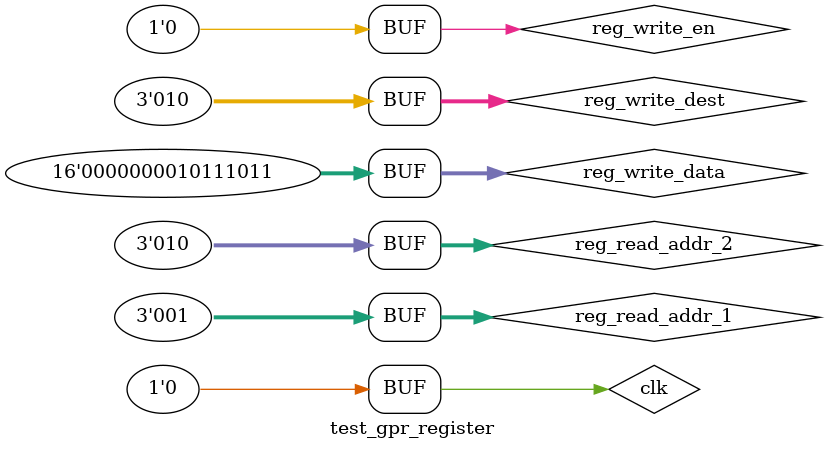
<source format=v>
`timescale 1ns/1ps

module test_gpr_register;

    reg clk;
    
    reg reg_write_en;
    reg [2:0]reg_write_dest;
    reg [15:0]reg_write_data;
    
    reg [2:0]reg_read_addr_1;
    reg [15:0]reg_read_data_1;

    reg [2:0]reg_read_addr_2;
    reg [15:0]reg_read_data_2;


gpr_register gpr(
    .clk(clk),
    .reg_write_en(reg_write_en),
    .reg_write_dest(reg_write_dest),
    .reg_write_data(reg_write_data),
    .reg_read_addr_1(reg_read_addr_1),
    .reg_read_data_1(reg_read_data_1),
    .reg_read_addr_2(reg_read_addr_2),
    .reg_read_data_2(reg_read_data_2)
);
initial begin 
    $display("Start testing register");
    $dumpfile("test_gpr_register.vcd");
    $dumpvars(0,test_gpr_register);

    clk=0;
    reg_read_addr_1=0;
    reg_read_addr_2=0;
    reg_write_dest=0;
    reg_write_en=0;

    #10
    clk=1;
    reg_write_dest=1;
    reg_write_data=16'hAA;
    reg_write_en=1;

    #10
    clk=1;

    #10
    clk=0;
    reg_write_dest=2;
    reg_write_data=16'hBB;
    reg_write_en=1;

    #10
    clk=1;

    #10 
    clk=0;
    reg_write_en=0;
    reg_read_addr_1=0;
    reg_read_addr_2=1;

    //#10
    //clk = 1;
    
    //#10
    //clk = 0;

    #10
    clk=1;
    reg_read_addr_1=1;
    reg_read_addr_2=2;

    #10
    clk = 0;

    #10
    clk = 1;

    #10
    clk = 0;

end

initial begin
    $monitor("At time=%t",$time);
end

endmodule
</source>
